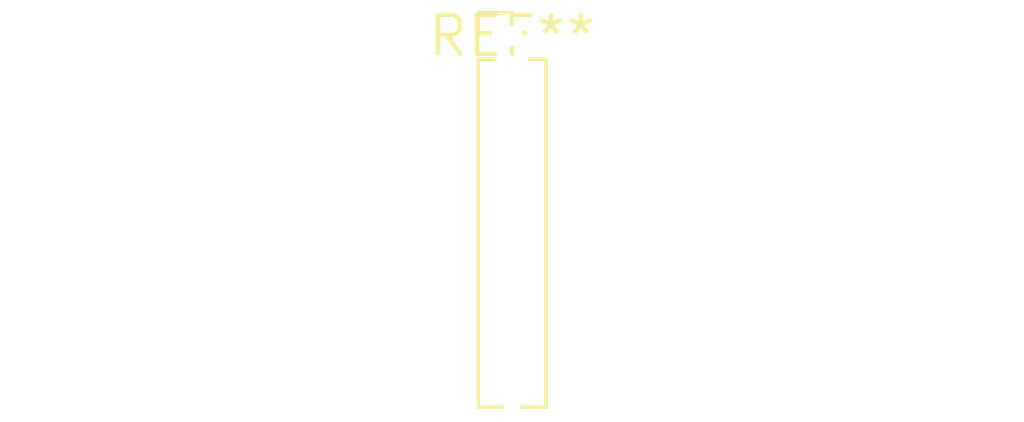
<source format=kicad_pcb>
(kicad_pcb (version 20240108) (generator pcbnew)
  (layers (0 "F.Cu" signal) (31 "B.Cu" signal) (34 "B.Paste" user) (35 "F.Paste" user) (36 "B.SilkS" user "B.Silkscreen") (37 "F.SilkS" user "F.Silkscreen") (38 "B.Mask" user) (39 "F.Mask" user) (44 "Edge.Cuts" user))
  (net 0 "")
  (footprint "PinHeader_1x10_P1.27mm_Vertical" (layer "F.Cu") (at 0 0)
    (property "Reference" "REF**")
    (property "Value" "PinHeader_1x10_P1.27mm_Vertical")
    (fp_line (start -1.11 -0.76) (end 0 -0.76) (layer "F.SilkS") (stroke (width 0.12)))
    (fp_line (start -1.11 0) (end -1.11 -0.76) (layer "F.SilkS") (stroke (width 0.12)))
    (fp_line (start -1.11 0.76) (end -1.11 12.125) (layer "F.SilkS") (stroke (width 0.12)))
    (fp_line (start -1.11 0.76) (end -0.563471 0.76) (layer "F.SilkS") (stroke (width 0.12)))
    (fp_line (start -1.11 12.125) (end -0.30753 12.125) (layer "F.SilkS") (stroke (width 0.12)))
    (fp_line (start 0.30753 12.125) (end 1.11 12.125) (layer "F.SilkS") (stroke (width 0.12)))
    (fp_line (start 0.563471 0.76) (end 1.11 0.76) (layer "F.SilkS") (stroke (width 0.12)))
    (fp_line (start 1.11 0.76) (end 1.11 12.125) (layer "F.SilkS") (stroke (width 0.12)))
    (pad "1" thru_hole rect (at 0 0) (size 1 1) (drill 0.65) (layers *.Cu *.Mask) (remove_unused_layers))
    (pad "2" thru_hole oval (at 0 1.27) (size 1 1) (drill 0.65) (layers *.Cu *.Mask) (remove_unused_layers))
    (pad "3" thru_hole oval (at 0 2.54) (size 1 1) (drill 0.65) (layers *.Cu *.Mask) (remove_unused_layers))
    (pad "4" thru_hole oval (at 0 3.81) (size 1 1) (drill 0.65) (layers *.Cu *.Mask) (remove_unused_layers))
    (pad "5" thru_hole oval (at 0 5.08) (size 1 1) (drill 0.65) (layers *.Cu *.Mask) (remove_unused_layers))
    (pad "6" thru_hole oval (at 0 6.35) (size 1 1) (drill 0.65) (layers *.Cu *.Mask) (remove_unused_layers))
    (pad "7" thru_hole oval (at 0 7.62) (size 1 1) (drill 0.65) (layers *.Cu *.Mask) (remove_unused_layers))
    (pad "8" thru_hole oval (at 0 8.89) (size 1 1) (drill 0.65) (layers *.Cu *.Mask) (remove_unused_layers))
    (pad "9" thru_hole oval (at 0 10.16) (size 1 1) (drill 0.65) (layers *.Cu *.Mask) (remove_unused_layers))
    (pad "10" thru_hole oval (at 0 11.43) (size 1 1) (drill 0.65) (layers *.Cu *.Mask) (remove_unused_layers))
  )
)
</source>
